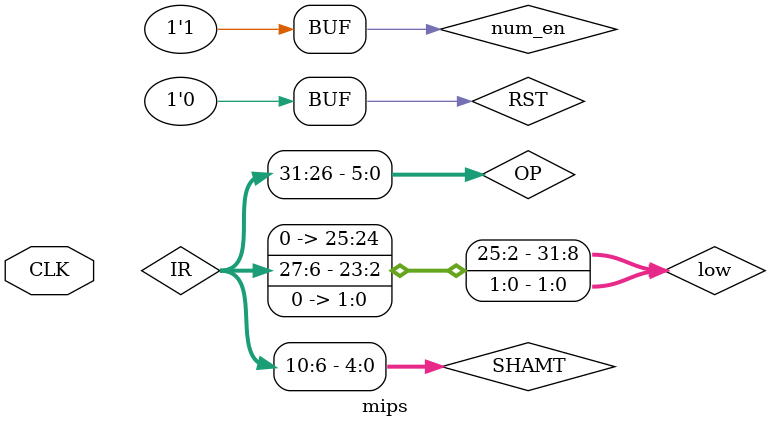
<source format=v>
`timescale 1ns / 1ps


module mips( 
//        clk
CLK
    );
//    input clk;
   input CLK; 
//    wire CLK;
//    reg CLK;    
    reg RST = 0; // Reset
    wire [31:0] PCin;
    wire [31:0] PCout; // PC
    wire PCen;
    wire [31:0] IR;
    
    wire [5:0] OP;
    wire [5:0] Func;
    
    wire [4:0] SHAMT;

    wire MemToReg;
    wire MemWrite;
    wire ALU_SRC;
    wire RegWrite;
    wire SysCALL;
    wire SignedExt;
    wire RegDst;
    wire BEQ;
    wire BNE;
    wire JR;
    wire JUMP;
    wire JAL;
    
    wire [4:0] R1addr;
    wire [4:0] R2addr;
    wire [4:0] Waddr;
    wire [31:0] RDin;
    wire [31:0] R1;
    wire [31:0] R2;
    
    wire [31:0] Y;
    wire [3:0] ALUop;
    wire EQUAL;
    wire [31:0] RESULT1;
    wire [31:0] RESULT2;
    
    wire [31:0] Mdata;

    reg [31:0] LedData = 0;
    reg [31:0] num = 0;
    reg [31:0] clk_num = 0;
    reg num_en = 1;
    
//    DIVIDER divider(clk, CLK);
//    CLK = 1;
        
    COUNTER pc(CLK, RST, PCin, PCen, PCout);
    
    ROM rom(PCout[11:2], 1, IR);
    
    HardwiredController controller(OP, Func, MemToReg, MemWrite, ALU_SRC, RegWrite, SysCALL, SignedExt, RegDst, BEQ, BNE, JR, JUMP, JAL, ALUop);
    
    REG regFile(RDin, CLK, RegWrite, R1addr, R2addr, Waddr, R1, R2);
    
    ALU alu(ALUop, R1, Y, SHAMT, EQUAL, RESULT1, RESULT2);
    
    RAM ram(RESULT1[11:2], R2, MemWrite, CLK, RST, Mdata);
    

    wire [31:0] high, low;
    assign high = PCout + 4;
    assign low = IR[27:0] << 2;

    wire [31:0] imm;
    assign imm = (SignedExt == 0)? {16'b0, IR[15:0]} : (IR[15] == 1)? {16'b1111111111111111, IR[15:0]} : {16'b0, IR[15:0]};

    assign OP = IR[31:26];
    assign Func = IR[5:0];
    assign SHAMT = IR[10:6];
    assign R1addr = (SysCALL == 1)? 5'h02 : IR[25:21];
    assign R2addr = (SysCALL == 1)? 5'h04 : IR[20:16];
    assign Waddr = (JAL == 1)? 5'h1f : (RegDst == 1)? IR[15:11] : IR[20:16];
    assign Y = (SysCALL == 1)? 32'h22 : (ALU_SRC == 1)? imm : R2;
    assign RDin = (JAL == 1)? PCout + 4 : (MemToReg == 1)? Mdata : RESULT1;
    assign PCen = (SysCALL == 1 && EQUAL == 0)? 0 : 1;
    assign PCin = (JR == 0 && JUMP == 0)? ((BEQ == 0 || EQUAL == 0) && (BNE == 0 || EQUAL == 1))? PCout + 4 : (imm << 2) + PCout + 4 : (JUMP == 1 && JR == 0)? {high[31:28], low[27:0]} : R1;


    always @(posedge CLK)begin
        if (RST == 1) begin
            LedData <= 0;
            num <= 0;
        end
        if (SysCALL && EQUAL) begin
            LedData <= R2;
        end
        if (SysCALL == 1 && EQUAL == 0)begin
            num = num;
        end
        else begin
            num = num + 1;
        end
        
        clk_num = clk_num + 1;
        
    end

    // always @(*)begin
    //     OP <= IR[31:26];
    //     Func <= IR[5:0];

    //     if (SysCALL == 1) begin
    //         R1addr <= 5'h02;
    //         R2addr <= 5'h04;
    //     end
    //     else begin
    //         R1addr <= IR[25:21];
    //         R2addr <= IR[20:16];
    //     end

    //     if (JAL == 1) begin
    //         Waddr <= 5'h1f;
    //     end
    //     else begin
    //         if (RegDst == 1) begin
    //             Waddr <= IR[15:11];
    //         end
    //         else begin
    //             Waddr <= IR[20:16];
    //         end
    //     end

    //     SHAMT <= IR[10:6];

    //     if (SysCALL == 1) begin
    //         Y <= 32'h22;
    //     end
    //     else begin
    //         if (ALU_SRC == 1) begin
    //             if (SignedExt) begin
    //                 Y <= {16'b0, IR[15:0]};
    //             end
    //             else begin
    //                 Y <= (IR[15]==1)?{16'b1, IR[15:0]}:{16'b0, IR[15:0]};
    //             end
    //         end
    //         else begin
    //             Y <= R2;
    //         end
    //     end

    //     if (JAL == 1) begin
    //         RDin <= PCout + 4;
    //     end 
    //     else begin
    //         if (MemToReg == 1) begin
    //             RDin <= Mdata;
    //         end
    //         else begin
    //             RDin <= RESULT1;
    //         end   
    //     end

    //     if (SysCALL & !EQUAL == 1) begin
    //         PCen <= 0;
    //     end
    //     else begin
    //         PCen <= 1;
    //     end

    //     if (JR == 0 && JUMP == 0) begin
    //         if ((BEQ == 0 || EQUAL == 0) && (BNE == 0 || EQUAL == 1)) begin
    //             PCin <= PCout + 4;
    //         end 
    //         else begin
    //             if (SignedExt) begin
    //                 PCin <= {16'b0, PCout[15:0]} << 2'd2 + PCout + 3'd4;
    //             end
    //             else begin
    //                 PCin <= ((PCout[15]==1)?{16'b1, PCout[15:0]}:{16'b0, PCout[15:0]}) << 2'd2 + PCout + 3'd4;
    //             end
    //         end
    //     end
    //     else if (JR == 1 && JUMP == 0) begin
    //         PCin <= R1;
    //     end
    //     else if (JUMP == 1 && JR ==0) begin

    //         PCin <= {high[31:28], low[27:0]};
    //     end
    //     else begin
    //         PCin <= R1;
    //     end
    // end
    
endmodule

</source>
